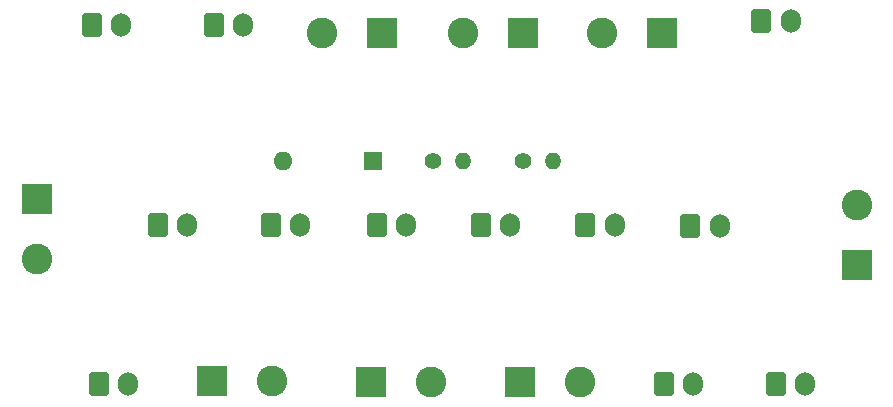
<source format=gbr>
%TF.GenerationSoftware,KiCad,Pcbnew,(7.0.0-0)*%
%TF.CreationDate,2023-08-08T20:11:38-05:00*%
%TF.ProjectId,DingoPCB,44696e67-6f50-4434-922e-6b696361645f,rev?*%
%TF.SameCoordinates,Original*%
%TF.FileFunction,Soldermask,Top*%
%TF.FilePolarity,Negative*%
%FSLAX46Y46*%
G04 Gerber Fmt 4.6, Leading zero omitted, Abs format (unit mm)*
G04 Created by KiCad (PCBNEW (7.0.0-0)) date 2023-08-08 20:11:38*
%MOMM*%
%LPD*%
G01*
G04 APERTURE LIST*
G04 Aperture macros list*
%AMRoundRect*
0 Rectangle with rounded corners*
0 $1 Rounding radius*
0 $2 $3 $4 $5 $6 $7 $8 $9 X,Y pos of 4 corners*
0 Add a 4 corners polygon primitive as box body*
4,1,4,$2,$3,$4,$5,$6,$7,$8,$9,$2,$3,0*
0 Add four circle primitives for the rounded corners*
1,1,$1+$1,$2,$3*
1,1,$1+$1,$4,$5*
1,1,$1+$1,$6,$7*
1,1,$1+$1,$8,$9*
0 Add four rect primitives between the rounded corners*
20,1,$1+$1,$2,$3,$4,$5,0*
20,1,$1+$1,$4,$5,$6,$7,0*
20,1,$1+$1,$6,$7,$8,$9,0*
20,1,$1+$1,$8,$9,$2,$3,0*%
G04 Aperture macros list end*
%ADD10RoundRect,0.250000X-0.600000X-0.750000X0.600000X-0.750000X0.600000X0.750000X-0.600000X0.750000X0*%
%ADD11O,1.700000X2.000000*%
%ADD12R,2.600000X2.600000*%
%ADD13C,2.600000*%
%ADD14C,1.400000*%
%ADD15O,1.400000X1.400000*%
%ADD16R,1.600000X1.600000*%
%ADD17O,1.600000X1.600000*%
G04 APERTURE END LIST*
D10*
%TO.C,J12*%
X25338400Y-21539200D03*
D11*
X27838399Y-21539199D03*
%TD*%
D12*
%TO.C,J1*%
X5537199Y-19303999D03*
D13*
X5537200Y-24384000D03*
%TD*%
D10*
%TO.C,J11*%
X43129200Y-21539200D03*
D11*
X45629199Y-21539199D03*
%TD*%
D14*
%TO.C,R2*%
X46735200Y-16052800D03*
D15*
X49275199Y-16052799D03*
%TD*%
D12*
%TO.C,J4*%
X33832799Y-34797999D03*
D13*
X38912800Y-34798000D03*
%TD*%
D10*
%TO.C,J20*%
X66903600Y-4267200D03*
D11*
X69403599Y-4267199D03*
%TD*%
D12*
%TO.C,J2*%
X34747199Y-5232399D03*
D13*
X29667200Y-5232400D03*
%TD*%
D10*
%TO.C,J8*%
X51968400Y-21539200D03*
D11*
X54468399Y-21539199D03*
%TD*%
D10*
%TO.C,J9*%
X15798800Y-21539200D03*
D11*
X18298799Y-21539199D03*
%TD*%
D12*
%TO.C,J7*%
X58521599Y-5232399D03*
D13*
X53441600Y-5232400D03*
%TD*%
D10*
%TO.C,J17*%
X10809600Y-35001200D03*
D11*
X13309599Y-35001199D03*
%TD*%
D10*
%TO.C,J14*%
X34330000Y-21539200D03*
D11*
X36829999Y-21539199D03*
%TD*%
D16*
%TO.C,D1*%
X34035999Y-16103599D03*
D17*
X26415999Y-16103599D03*
%TD*%
D10*
%TO.C,J18*%
X68122800Y-34950400D03*
D11*
X70622799Y-34950399D03*
%TD*%
D14*
%TO.C,R1*%
X39116000Y-16052800D03*
D15*
X41655999Y-16052799D03*
%TD*%
D10*
%TO.C,J15*%
X10200000Y-4572000D03*
D11*
X12699999Y-4571999D03*
%TD*%
D10*
%TO.C,J13*%
X60858400Y-21590000D03*
D11*
X63358399Y-21589999D03*
%TD*%
D12*
%TO.C,J3*%
X20370799Y-34747199D03*
D13*
X25450800Y-34747200D03*
%TD*%
D10*
%TO.C,J16*%
X20512400Y-4572000D03*
D11*
X23012399Y-4571999D03*
%TD*%
D12*
%TO.C,J5*%
X46481999Y-34797999D03*
D13*
X51562000Y-34798000D03*
%TD*%
D12*
%TO.C,J6*%
X74980799Y-24891999D03*
D13*
X74980800Y-19812000D03*
%TD*%
D12*
%TO.C,J10*%
X46735999Y-5232399D03*
D13*
X41656000Y-5232400D03*
%TD*%
D10*
%TO.C,J19*%
X58623200Y-34950400D03*
D11*
X61123199Y-34950399D03*
%TD*%
M02*

</source>
